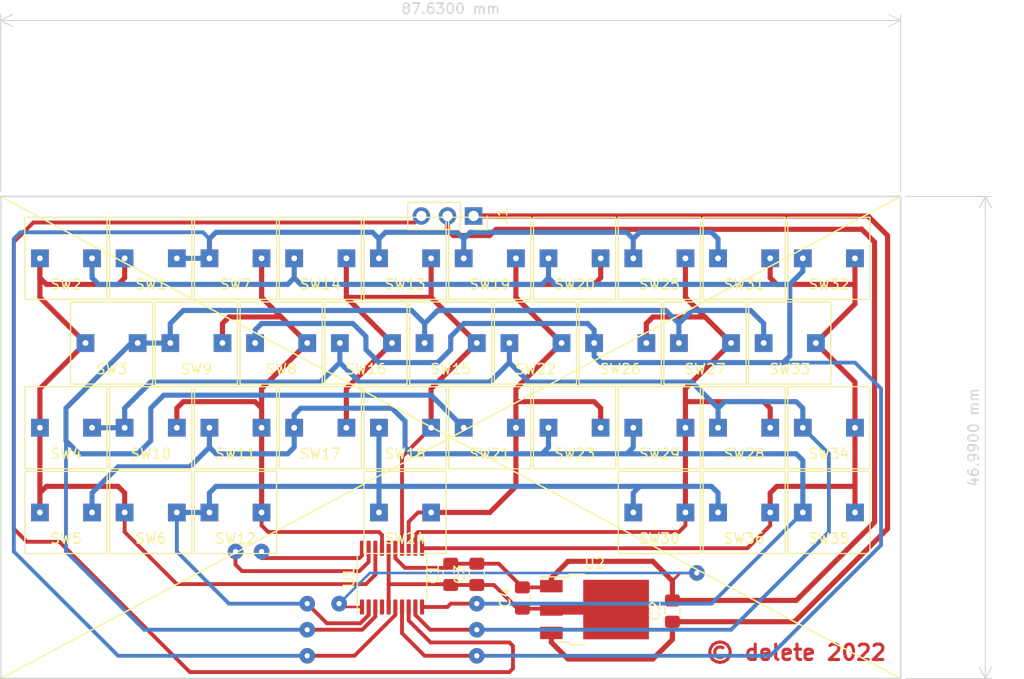
<source format=kicad_pcb>
(kicad_pcb (version 20211014) (generator pcbnew)
  (title_block (date "2022-03-26"))
  (layers (0 "F.Cu" signal) (31 "B.Cu" signal) (34 "B.Paste" user) (35 "F.Paste" user) (36 "B.SilkS" user "B.Silkscreen") (37 "F.SilkS" user "F.Silkscreen") (38 "B.Mask" user) (39 "F.Mask" user) (44 "Edge.Cuts" user))
  (net 0 "")
  (net 2 "3.3v")
  (net 3 "GND")
  (net 4 "5v")
  (net 5 "row_1")
  (net 6 "column_1")
  (net 7 "row_2")
  (net 8 "row_3")
  (net 9 "row_4")
  (net 10 "row_5")
  (net 11 "column_2")
  (net 12 "column_3")
  (net 13 "row_6")
  (net 14 "column_5")
  (net 15 "column_6")
  (net 16 "column_4")
  (net 17 "uart_tx")
  (net 18 "sw_dio")
  (net 19 "sw_clk")
  (footprint "Capacitor_SMD:C_0805_2012Metric_Pad1.18x1.45mm_HandSolder" (layer "F.Cu") (at 78.105 119.38 90)
    (fp_text reference "C3" (at 0 -1.68 90) (layer "F.SilkS"))
    (fp_text value "4.7mF")
    (pad "1" smd roundrect (at -1.0375 0 90) (size 1.175 1.45) (layers "F.Cu" "F.Paste" "F.Mask") (roundrect_rratio 0.212766) (net 2 "3.3v"))
    (pad "2" smd roundrect (at 1.0375 0 90) (size 1.175 1.45) (layers "F.Cu" "F.Paste" "F.Mask") (roundrect_rratio 0.212766) (net 3 "GND"))
  )
  (footprint "Capacitor_SMD:C_0805_2012Metric_Pad1.18x1.45mm_HandSolder" (layer "F.Cu") (at 97.155 122.9575 90)
    (fp_text reference "C2" (at 0 -1.68 90) (layer "F.SilkS"))
    (fp_text value "10mF")
    (pad "1" smd roundrect (at -1.0375 0 90) (size 1.175 1.45) (layers "F.Cu" "F.Paste" "F.Mask") (roundrect_rratio 0.212766) (net 4 "5v"))
    (pad "2" smd roundrect (at 1.0375 0 90) (size 1.175 1.45) (layers "F.Cu" "F.Paste" "F.Mask") (roundrect_rratio 0.212766) (net 3 "GND"))
  )
  (footprint "my_lib:btn_8x8" (layer "F.Cu") (at 81.915 105.0925)
    (fp_text reference "SW21" (at -2.54 2.54 unlocked) (layer "F.SilkS"))
    (fp_text value "SW_DIP_x01")
    (pad "1" thru_hole rect (at -5.08 0) (size 1.724 1.724) (drill 0.562) (layers *.Cu *.Mask) (net 8 "row_3"))
    (pad "2" thru_hole rect (at 0 0) (size 1.724 1.724) (drill 0.562) (layers *.Cu *.Mask) (net 16 "column_4"))
  )
  (footprint "my_lib:btn_8x8" (layer "F.Cu") (at 40.64 105.0925)
    (fp_text reference "SW4" (at -2.54 2.54 unlocked) (layer "F.SilkS"))
    (fp_text value "SW_DIP_x01")
    (pad "1" thru_hole rect (at -5.08 0) (size 1.724 1.724) (drill 0.562) (layers *.Cu *.Mask) (net 6 "column_1"))
    (pad "2" thru_hole rect (at 0 0) (size 1.724 1.724) (drill 0.562) (layers *.Cu *.Mask) (net 9 "row_4"))
  )
  (footprint "my_lib:btn_8x8" (layer "F.Cu") (at 61.595 96.8375)
    (fp_text reference "SW8" (at -2.54 2.54 unlocked) (layer "F.SilkS"))
    (fp_text value "SW_DIP_x01")
    (pad "1" thru_hole rect (at -5.08 0) (size 1.724 1.724) (drill 0.562) (layers *.Cu *.Mask) (net 7 "row_2"))
    (pad "2" thru_hole rect (at 0 0) (size 1.724 1.724) (drill 0.562) (layers *.Cu *.Mask) (net 11 "column_2"))
  )
  (footprint "my_lib:btn_8x8" (layer "F.Cu") (at 73.66 113.3475)
    (fp_text reference "SW24" (at -2.54 2.54 unlocked) (layer "F.SilkS"))
    (fp_text value "SW_DIP_x01")
    (pad "1" thru_hole rect (at -5.08 0) (size 1.724 1.724) (drill 0.562) (layers *.Cu *.Mask) (net 13 "row_6"))
    (pad "2" thru_hole rect (at 0 0) (size 1.724 1.724) (drill 0.562) (layers *.Cu *.Mask) (net 16 "column_4"))
  )
  (footprint "my_lib:btn_8x8" (layer "F.Cu") (at 57.15 105.0925)
    (fp_text reference "SW11" (at -2.54 2.54 unlocked) (layer "F.SilkS"))
    (fp_text value "SW_DIP_x01")
    (pad "1" thru_hole rect (at -5.08 0) (size 1.724 1.724) (drill 0.562) (layers *.Cu *.Mask) (net 10 "row_5"))
    (pad "2" thru_hole rect (at 0 0) (size 1.724 1.724) (drill 0.562) (layers *.Cu *.Mask) (net 11 "column_2"))
  )
  (footprint "my_lib:btn_8x8" (layer "F.Cu") (at 65.405 105.0925)
    (fp_text reference "SW17" (at -2.54 2.54 unlocked) (layer "F.SilkS"))
    (fp_text value "SW_DIP_x01")
    (pad "1" thru_hole rect (at -5.08 0) (size 1.724 1.724) (drill 0.562) (layers *.Cu *.Mask) (net 10 "row_5"))
    (pad "2" thru_hole rect (at 0 0) (size 1.724 1.724) (drill 0.562) (layers *.Cu *.Mask) (net 12 "column_3"))
  )
  (footprint "my_lib:btn_8x8" (layer "F.Cu") (at 40.64 113.3475)
    (fp_text reference "SW5" (at -2.54 2.54 unlocked) (layer "F.SilkS"))
    (fp_text value "SW_DIP_x01")
    (pad "1" thru_hole rect (at -5.08 0) (size 1.724 1.724) (drill 0.562) (layers *.Cu *.Mask) (net 6 "column_1"))
    (pad "2" thru_hole rect (at 0 0) (size 1.724 1.724) (drill 0.562) (layers *.Cu *.Mask) (net 10 "row_5"))
  )
  (footprint "my_lib:btn_8x8" (layer "F.Cu") (at 53.34 96.8375)
    (fp_text reference "SW9" (at -2.54 2.54 unlocked) (layer "F.SilkS"))
    (fp_text value "SW_DIP_x01")
    (pad "1" thru_hole rect (at -5.08 0) (size 1.724 1.724) (drill 0.562) (layers *.Cu *.Mask) (net 8 "row_3"))
    (pad "2" thru_hole rect (at 0 0) (size 1.724 1.724) (drill 0.562) (layers *.Cu *.Mask) (net 11 "column_2"))
  )
  (footprint "my_lib:btn_8x8" (layer "F.Cu") (at 57.15 113.3475)
    (fp_text reference "SW12" (at -2.54 2.54 unlocked) (layer "F.SilkS"))
    (fp_text value "SW_DIP_x01")
    (pad "1" thru_hole rect (at -5.08 0) (size 1.724 1.724) (drill 0.562) (layers *.Cu *.Mask) (net 13 "row_6"))
    (pad "2" thru_hole rect (at 0 0) (size 1.724 1.724) (drill 0.562) (layers *.Cu *.Mask) (net 11 "column_2"))
  )
  (footprint "my_lib:btn_8x8" (layer "F.Cu") (at 81.915 88.5825)
    (fp_text reference "SW19" (at -2.54 2.54 unlocked) (layer "F.SilkS"))
    (fp_text value "SW_DIP_x01")
    (pad "1" thru_hole rect (at -5.08 0) (size 1.724 1.724) (drill 0.562) (layers *.Cu *.Mask) (net 5 "row_1"))
    (pad "2" thru_hole rect (at 0 0) (size 1.724 1.724) (drill 0.562) (layers *.Cu *.Mask) (net 16 "column_4"))
  )
  (footprint "Package_SO:TSSOP-20_4.4x6.5mm_P0.65mm" (layer "F.Cu") (at 69.85 119.6975 90)
    (fp_text reference "U1" (at 0 -4.2 90) (layer "F.SilkS"))
    (fp_text value "STM32F030F4Px")
    (pad "1" smd roundrect (at -2.8625 -2.925 90) (size 1.475 0.4) (layers "F.Cu" "F.Paste" "F.Mask") (net 3 "GND"))
    (pad "2" smd roundrect (at -2.8625 -2.275 90) (size 1.475 0.4) (layers "F.Cu" "F.Paste" "F.Mask") (net 13 "row_6"))
    (pad "3" smd roundrect (at -2.8625 -1.625 90) (size 1.475 0.4) (layers "F.Cu" "F.Paste" "F.Mask") (net 8 "row_3"))
    (pad "4" smd roundrect (at -2.8625 -0.975 90) (size 1.475 0.4) (layers "F.Cu" "F.Paste" "F.Mask"))
    (pad "5" smd roundrect (at -2.8625 -0.325 90) (size 1.475 0.4) (layers "F.Cu" "F.Paste" "F.Mask") (net 2 "3.3v"))
    (pad "6" smd roundrect (at -2.8625 0.325 90) (size 1.475 0.4) (layers "F.Cu" "F.Paste" "F.Mask") (net 5 "row_1"))
    (pad "7" smd roundrect (at -2.8625 0.975 90) (size 1.475 0.4) (layers "F.Cu" "F.Paste" "F.Mask") (net 7 "row_2"))
    (pad "8" smd roundrect (at -2.8625 1.625 90) (size 1.475 0.4) (layers "F.Cu" "F.Paste" "F.Mask") (net 17 "uart_tx"))
    (pad "9" smd roundrect (at -2.8625 2.275 90) (size 1.475 0.4) (layers "F.Cu" "F.Paste" "F.Mask") (net 9 "row_4"))
    (pad "10" smd roundrect (at -2.8625 2.925 90) (size 1.475 0.4) (layers "F.Cu" "F.Paste" "F.Mask") (net 10 "row_5"))
    (pad "11" smd roundrect (at 2.8625 2.925 90) (size 1.475 0.4) (layers "F.Cu" "F.Paste" "F.Mask") (net 15 "column_6"))
    (pad "12" smd roundrect (at 2.8625 2.275 90) (size 1.475 0.4) (layers "F.Cu" "F.Paste" "F.Mask") (net 14 "column_5"))
    (pad "13" smd roundrect (at 2.8625 1.625 90) (size 1.475 0.4) (layers "F.Cu" "F.Paste" "F.Mask") (net 16 "column_4"))
    (pad "14" smd roundrect (at 2.8625 0.975 90) (size 1.475 0.4) (layers "F.Cu" "F.Paste" "F.Mask") (net 12 "column_3"))
    (pad "15" smd roundrect (at 2.8625 0.325 90) (size 1.475 0.4) (layers "F.Cu" "F.Paste" "F.Mask") (net 3 "GND"))
    (pad "16" smd roundrect (at 2.8625 -0.325 90) (size 1.475 0.4) (layers "F.Cu" "F.Paste" "F.Mask") (net 2 "3.3v"))
    (pad "17" smd roundrect (at 2.8625 -0.975 90) (size 1.475 0.4) (layers "F.Cu" "F.Paste" "F.Mask") (net 11 "column_2"))
    (pad "18" smd roundrect (at 2.8625 -1.625 90) (size 1.475 0.4) (layers "F.Cu" "F.Paste" "F.Mask") (net 6 "column_1"))
    (pad "19" smd roundrect (at 2.8625 -2.275 90) (size 1.475 0.4) (layers "F.Cu" "F.Paste" "F.Mask") (net 18 "sw_dio"))
    (pad "20" smd roundrect (at 2.8625 -2.925 90) (size 1.475 0.4) (layers "F.Cu" "F.Paste" "F.Mask") (net 19 "sw_clk"))
  )
  (footprint "my_lib:btn_8x8" (layer "F.Cu") (at 48.895 105.0925)
    (fp_text reference "SW10" (at -2.54 2.54 unlocked) (layer "F.SilkS"))
    (fp_text value "SW_DIP_x01")
    (pad "1" thru_hole rect (at -5.08 0) (size 1.724 1.724) (drill 0.562) (layers *.Cu *.Mask) (net 9 "row_4"))
    (pad "2" thru_hole rect (at 0 0) (size 1.724 1.724) (drill 0.562) (layers *.Cu *.Mask) (net 11 "column_2"))
  )
  (footprint "my_lib:btn_8x8" (layer "F.Cu") (at 73.66 88.5825)
    (fp_text reference "SW13" (at -2.54 2.54 unlocked) (layer "F.SilkS"))
    (fp_text value "SW_DIP_x01")
    (pad "1" thru_hole rect (at -5.08 0) (size 1.724 1.724) (drill 0.562) (layers *.Cu *.Mask) (net 5 "row_1"))
    (pad "2" thru_hole rect (at 0 0) (size 1.724 1.724) (drill 0.562) (layers *.Cu *.Mask) (net 12 "column_3"))
  )
  (footprint "my_lib:btn_8x8" (layer "F.Cu") (at 111.125 96.8375)
    (fp_text reference "SW33" (at -2.54 2.54 unlocked) (layer "F.SilkS"))
    (fp_text value "SW_DIP_x01")
    (pad "1" thru_hole rect (at -5.08 0) (size 1.724 1.724) (drill 0.562) (layers *.Cu *.Mask) (net 8 "row_3"))
    (pad "2" thru_hole rect (at 0 0) (size 1.724 1.724) (drill 0.562) (layers *.Cu *.Mask) (net 15 "column_6"))
  )
  (footprint "my_lib:btn_8x8" (layer "F.Cu") (at 106.68 88.5825)
    (fp_text reference "SW31" (at -2.54 2.54 unlocked) (layer "F.SilkS"))
    (fp_text value "SW_DIP_x01")
    (pad "1" thru_hole rect (at -5.08 0) (size 1.724 1.724) (drill 0.562) (layers *.Cu *.Mask) (net 5 "row_1"))
    (pad "2" thru_hole rect (at 0 0) (size 1.724 1.724) (drill 0.562) (layers *.Cu *.Mask) (net 15 "column_6"))
  )
  (footprint "my_lib:btn_8x8" (layer "F.Cu") (at 48.895 113.3475)
    (fp_text reference "SW6" (at -2.54 2.54 unlocked) (layer "F.SilkS"))
    (fp_text value "SW_DIP_x01")
    (pad "1" thru_hole rect (at -5.08 0) (size 1.724 1.724) (drill 0.562) (layers *.Cu *.Mask) (net 6 "column_1"))
    (pad "2" thru_hole rect (at 0 0) (size 1.724 1.724) (drill 0.562) (layers *.Cu *.Mask) (net 13 "row_6"))
  )
  (footprint "my_lib:btn_8x8" (layer "F.Cu") (at 69.85 96.8375)
    (fp_text reference "SW16" (at -2.54 2.54 unlocked) (layer "F.SilkS"))
    (fp_text value "SW_DIP_x01")
    (pad "1" thru_hole rect (at -5.08 0) (size 1.724 1.724) (drill 0.562) (layers *.Cu *.Mask) (net 9 "row_4"))
    (pad "2" thru_hole rect (at 0 0) (size 1.724 1.724) (drill 0.562) (layers *.Cu *.Mask) (net 12 "column_3"))
  )
  (footprint "my_lib:btn_8x8" (layer "F.Cu") (at 94.615 96.8375)
    (fp_text reference "SW26" (at -2.54 2.54 unlocked) (layer "F.SilkS"))
    (fp_text value "SW_DIP_x01")
    (pad "1" thru_hole rect (at -5.08 0) (size 1.724 1.724) (drill 0.562) (layers *.Cu *.Mask) (net 7 "row_2"))
    (pad "2" thru_hole rect (at 0 0) (size 1.724 1.724) (drill 0.562) (layers *.Cu *.Mask) (net 14 "column_5"))
  )
  (footprint "my_lib:btn_8x8" (layer "F.Cu") (at 106.68 105.0925)
    (fp_text reference "SW28" (at -2.54 2.54 unlocked) (layer "F.SilkS"))
    (fp_text value "SW_DIP_x01")
    (pad "1" thru_hole rect (at -5.08 0) (size 1.724 1.724) (drill 0.562) (layers *.Cu *.Mask) (net 9 "row_4"))
    (pad "2" thru_hole rect (at 0 0) (size 1.724 1.724) (drill 0.562) (layers *.Cu *.Mask) (net 14 "column_5"))
  )
  (footprint "my_lib:btn_8x8" (layer "F.Cu") (at 98.425 88.5825)
    (fp_text reference "SW25" (at -2.54 2.54 unlocked) (layer "F.SilkS"))
    (fp_text value "SW_DIP_x01")
    (pad "1" thru_hole rect (at -5.08 0) (size 1.724 1.724) (drill 0.562) (layers *.Cu *.Mask) (net 5 "row_1"))
    (pad "2" thru_hole rect (at 0 0) (size 1.724 1.724) (drill 0.562) (layers *.Cu *.Mask) (net 14 "column_5"))
  )
  (footprint "my_lib:btn_8x8" (layer "F.Cu") (at 86.36 96.8375)
    (fp_text reference "SW22" (at -2.54 2.54 unlocked) (layer "F.SilkS"))
    (fp_text value "SW_DIP_x01")
    (pad "1" thru_hole rect (at -5.08 0) (size 1.724 1.724) (drill 0.562) (layers *.Cu *.Mask) (net 9 "row_4"))
    (pad "2" thru_hole rect (at 0 0) (size 1.724 1.724) (drill 0.562) (layers *.Cu *.Mask) (net 16 "column_4"))
  )
  (footprint "my_lib:btn_8x8" (layer "F.Cu") (at 90.17 105.0925)
    (fp_text reference "SW23" (at -2.54 2.54 unlocked) (layer "F.SilkS"))
    (fp_text value "SW_DIP_x01")
    (pad "1" thru_hole rect (at -5.08 0) (size 1.724 1.724) (drill 0.562) (layers *.Cu *.Mask) (net 10 "row_5"))
    (pad "2" thru_hole rect (at 0 0) (size 1.724 1.724) (drill 0.562) (layers *.Cu *.Mask) (net 16 "column_4"))
  )
  (footprint "my_lib:btn_8x8" (layer "F.Cu") (at 114.935 105.0925)
    (fp_text reference "SW34" (at -2.54 2.54 unlocked) (layer "F.SilkS"))
    (fp_text value "SW_DIP_x01")
    (pad "1" thru_hole rect (at -5.08 0) (size 1.724 1.724) (drill 0.562) (layers *.Cu *.Mask) (net 9 "row_4"))
    (pad "2" thru_hole rect (at 0 0) (size 1.724 1.724) (drill 0.562) (layers *.Cu *.Mask) (net 15 "column_6"))
  )
  (footprint "Capacitor_SMD:C_0805_2012Metric_Pad1.18x1.45mm_HandSolder" (layer "F.Cu") (at 82.55 121.6875 90)
    (fp_text reference "C4" (at 0 -1.68 90) (layer "F.SilkS"))
    (fp_text value "22mF")
    (pad "1" smd roundrect (at -1.0375 0 90) (size 1.175 1.45) (layers "F.Cu" "F.Paste" "F.Mask") (roundrect_rratio 0.212766) (net 2 "3.3v"))
    (pad "2" smd roundrect (at 1.0375 0 90) (size 1.175 1.45) (layers "F.Cu" "F.Paste" "F.Mask") (roundrect_rratio 0.212766) (net 3 "GND"))
  )
  (footprint "my_lib:btn_8x8" (layer "F.Cu") (at 90.17 88.5825)
    (fp_text reference "SW20" (at -2.54 2.54 unlocked) (layer "F.SilkS"))
    (fp_text value "SW_DIP_x01")
    (pad "1" thru_hole rect (at -5.08 0) (size 1.724 1.724) (drill 0.562) (layers *.Cu *.Mask) (net 7 "row_2"))
    (pad "2" thru_hole rect (at 0 0) (size 1.724 1.724) (drill 0.562) (layers *.Cu *.Mask) (net 16 "column_4"))
  )
  (footprint "my_lib:btn_8x8" (layer "F.Cu") (at 57.15 88.5825)
    (fp_text reference "SW7" (at -2.54 2.54 unlocked) (layer "F.SilkS"))
    (fp_text value "SW_DIP_x01")
    (pad "1" thru_hole rect (at -5.08 0) (size 1.724 1.724) (drill 0.562) (layers *.Cu *.Mask) (net 5 "row_1"))
    (pad "2" thru_hole rect (at 0 0) (size 1.724 1.724) (drill 0.562) (layers *.Cu *.Mask) (net 11 "column_2"))
  )
  (footprint "my_lib:btn_8x8" (layer "F.Cu") (at 106.68 113.3475)
    (fp_text reference "SW36" (at -2.54 2.54 unlocked) (layer "F.SilkS"))
    (fp_text value "SW_DIP_x01")
    (pad "1" thru_hole rect (at -5.08 0) (size 1.724 1.724) (drill 0.562) (layers *.Cu *.Mask) (net 13 "row_6"))
    (pad "2" thru_hole rect (at 0 0) (size 1.724 1.724) (drill 0.562) (layers *.Cu *.Mask) (net 15 "column_6"))
  )
  (footprint "my_lib:btn_8x8" (layer "F.Cu") (at 45.085 96.8375)
    (fp_text reference "SW3" (at -2.54 2.54 unlocked) (layer "F.SilkS"))
    (fp_text value "SW_DIP_x01")
    (pad "1" thru_hole rect (at -5.08 0) (size 1.724 1.724) (drill 0.562) (layers *.Cu *.Mask) (net 6 "column_1"))
    (pad "2" thru_hole rect (at 0 0) (size 1.724 1.724) (drill 0.562) (layers *.Cu *.Mask) (net 8 "row_3"))
  )
  (footprint "Package_TO_SOT_SMD:TO-252-3_TabPin2" (layer "F.Cu") (at 89.57 122.81)
    (fp_text reference "U2" (at 0 -4.5) (layer "F.SilkS"))
    (fp_text value "AMS1117CD-3.3")
    (pad "1" smd rect (at -4.2 -2.28) (size 2.2 1.2) (layers "F.Cu" "F.Paste" "F.Mask") (net 3 "GND"))
    (pad "2" smd rect (at -4.2 0) (size 2.2 1.2) (layers "F.Cu" "F.Paste" "F.Mask") (net 2 "3.3v"))
    (pad "2" smd rect (at 2.1 0) (size 6.4 5.8) (layers "F.Cu" "F.Mask") (net 2 "3.3v"))
    (pad "3" smd rect (at -4.2 2.28) (size 2.2 1.2) (layers "F.Cu" "F.Paste" "F.Mask") (net 4 "5v"))
  )
  (footprint "Capacitor_SMD:C_0805_2012Metric_Pad1.18x1.45mm_HandSolder" (layer "F.Cu") (at 75.565 119.38 90)
    (fp_text reference "C1" (at 0 -1.68 90) (layer "F.SilkS"))
    (fp_text value "100nF")
    (pad "1" smd roundrect (at -1.0375 0 90) (size 1.175 1.45) (layers "F.Cu" "F.Paste" "F.Mask") (roundrect_rratio 0.212766) (net 2 "3.3v"))
    (pad "2" smd roundrect (at 1.0375 0 90) (size 1.175 1.45) (layers "F.Cu" "F.Paste" "F.Mask") (roundrect_rratio 0.212766) (net 3 "GND"))
  )
  (footprint "my_lib:btn_8x8" (layer "F.Cu") (at 78.105 96.8375)
    (fp_text reference "SW15" (at -2.54 2.54 unlocked) (layer "F.SilkS"))
    (fp_text value "SW_DIP_x01")
    (pad "1" thru_hole rect (at -5.08 0) (size 1.724 1.724) (drill 0.562) (layers *.Cu *.Mask) (net 8 "row_3"))
    (pad "2" thru_hole rect (at 0 0) (size 1.724 1.724) (drill 0.562) (layers *.Cu *.Mask) (net 12 "column_3"))
  )
  (footprint "my_lib:btn_8x8" (layer "F.Cu") (at 98.425 113.3475)
    (fp_text reference "SW30" (at -2.54 2.54 unlocked) (layer "F.SilkS"))
    (fp_text value "SW_DIP_x01")
    (pad "1" thru_hole rect (at -5.08 0) (size 1.724 1.724) (drill 0.562) (layers *.Cu *.Mask) (net 13 "row_6"))
    (pad "2" thru_hole rect (at 0 0) (size 1.724 1.724) (drill 0.562) (layers *.Cu *.Mask) (net 14 "column_5"))
  )
  (footprint "my_lib:btn_8x8" (layer "F.Cu") (at 48.895 88.5825)
    (fp_text reference "SW1" (at -2.54 2.54 unlocked) (layer "F.SilkS"))
    (fp_text value "SW_DIP_x01")
    (pad "1" thru_hole rect (at -5.08 0) (size 1.724 1.724) (drill 0.562) (layers *.Cu *.Mask) (net 6 "column_1"))
    (pad "2" thru_hole rect (at 0 0) (size 1.724 1.724) (drill 0.562) (layers *.Cu *.Mask) (net 5 "row_1"))
  )
  (footprint "my_lib:btn_8x8" (layer "F.Cu") (at 65.405 88.5825)
    (fp_text reference "SW14" (at -2.54 2.54 unlocked) (layer "F.SilkS"))
    (fp_text value "SW_DIP_x01")
    (pad "1" thru_hole rect (at -5.08 0) (size 1.724 1.724) (drill 0.562) (layers *.Cu *.Mask) (net 7 "row_2"))
    (pad "2" thru_hole rect (at 0 0) (size 1.724 1.724) (drill 0.562) (layers *.Cu *.Mask) (net 12 "column_3"))
  )
  (footprint "my_lib:btn_8x8" (layer "F.Cu") (at 114.935 113.3475)
    (fp_text reference "SW35" (at -2.54 2.54 unlocked) (layer "F.SilkS"))
    (fp_text value "SW_DIP_x01")
    (pad "1" thru_hole rect (at -5.08 0) (size 1.724 1.724) (drill 0.562) (layers *.Cu *.Mask) (net 10 "row_5"))
    (pad "2" thru_hole rect (at 0 0) (size 1.724 1.724) (drill 0.562) (layers *.Cu *.Mask) (net 15 "column_6"))
  )
  (footprint "my_lib:btn_8x8" (layer "F.Cu") (at 73.66 105.0925)
    (fp_text reference "SW18" (at -2.54 2.54 unlocked) (layer "F.SilkS"))
    (fp_text value "SW_DIP_x01")
    (pad "1" thru_hole rect (at -5.08 0) (size 1.724 1.724) (drill 0.562) (layers *.Cu *.Mask) (net 13 "row_6"))
    (pad "2" thru_hole rect (at 0 0) (size 1.724 1.724) (drill 0.562) (layers *.Cu *.Mask) (net 12 "column_3"))
  )
  (footprint "my_lib:btn_8x8" (layer "F.Cu") (at 40.64 88.5825)
    (fp_text reference "SW2" (at -2.54 2.54 unlocked) (layer "F.SilkS"))
    (fp_text value "SW_DIP_x01")
    (pad "1" thru_hole rect (at -5.08 0) (size 1.724 1.724) (drill 0.562) (layers *.Cu *.Mask) (net 6 "column_1"))
    (pad "2" thru_hole rect (at 0 0) (size 1.724 1.724) (drill 0.562) (layers *.Cu *.Mask) (net 7 "row_2"))
  )
  (footprint "my_lib:btn_8x8" (layer "F.Cu") (at 114.935 88.5825)
    (fp_text reference "SW32" (at -2.54 2.54 unlocked) (layer "F.SilkS"))
    (fp_text value "SW_DIP_x01")
    (pad "1" thru_hole rect (at -5.08 0) (size 1.724 1.724) (drill 0.562) (layers *.Cu *.Mask) (net 7 "row_2"))
    (pad "2" thru_hole rect (at 0 0) (size 1.724 1.724) (drill 0.562) (layers *.Cu *.Mask) (net 15 "column_6"))
  )
  (footprint "my_lib:btn_8x8" (layer "F.Cu") (at 98.425 105.0925)
    (fp_text reference "SW29" (at -2.54 2.54 unlocked) (layer "F.SilkS"))
    (fp_text value "SW_DIP_x01")
    (pad "1" thru_hole rect (at -5.08 0) (size 1.724 1.724) (drill 0.562) (layers *.Cu *.Mask) (net 10 "row_5"))
    (pad "2" thru_hole rect (at 0 0) (size 1.724 1.724) (drill 0.562) (layers *.Cu *.Mask) (net 14 "column_5"))
  )
  (footprint "my_lib:btn_8x8" (layer "F.Cu") (at 102.87 96.8375)
    (fp_text reference "SW27" (at -2.54 2.54 unlocked) (layer "F.SilkS"))
    (fp_text value "SW_DIP_x01")
    (pad "1" thru_hole rect (at -5.08 0) (size 1.724 1.724) (drill 0.562) (layers *.Cu *.Mask) (net 8 "row_3"))
    (pad "2" thru_hole rect (at 0 0) (size 1.724 1.724) (drill 0.562) (layers *.Cu *.Mask) (net 14 "column_5"))
  )
  (footprint "Connector_PinSocket_2.54mm:PinSocket_1x03_P2.54mm_Vertical" (layer "F.Cu") (at 77.791803 84.455 -90)
    (fp_text reference "J1" (at 0 -2.77 90) (layer "F.SilkS"))
    (fp_text value "Conn_01x03")
    (pad "1" thru_hole rect (at 0 0 270) (size 1.7 1.7) (drill 1) (layers *.Cu *.Mask) (net 4 "5v"))
    (pad "2" thru_hole oval (at 0 2.54 270) (size 1.7 1.7) (drill 1) (layers *.Cu *.Mask) (net 3 "GND"))
    (pad "3" thru_hole oval (at 0 5.08 270) (size 1.7 1.7) (drill 1) (layers *.Cu *.Mask) (net 17 "uart_tx"))
  )
  (gr_line (start 31.75 82.55) (end 119.38 129.54) (layer "F.SilkS") (width 0.15))
  (gr_line (start 31.75 129.54) (end 119.38 82.55) (layer "F.SilkS") (width 0.15))
  (gr_rect (start 119.38 129.54) (end 31.75 82.55) (layer "Edge.Cuts") (width 0.15) (fill none))
  (gr_text "© delete 2022" (at 109.22 127) (layer "F.Cu") (effects (font (size 1.5 1.5) (thickness 0.3))))
  (dimension (type aligned) (layer "Edge.Cuts") (pts (xy 31.75 82.55) (xy 119.38 82.55)) (height -17.145) (gr_text "87,6300 мм" (at 75.565 64.255) (layer "Edge.Cuts") (effects (font (size 1 1) (thickness 0.15)))) (format (units 3) (units_format 1) (precision 4)) (style (thickness 0.1) (arrow_length 1.27) (text_position_mode 0) (extension_height 0.58642) (extension_offset 0.5) keep_text_aligned))
  (dimension (type aligned) (layer "Edge.Cuts") (pts (xy 119.38 129.54) (xy 119.38 82.55)) (height 8.255) (gr_text "46,9900 мм" (at 126.485 106.045 90) (layer "Edge.Cuts") (effects (font (size 1 1) (thickness 0.15)))) (format (units 3) (units_format 1) (precision 4)) (style (thickness 0.1) (arrow_length 1.27) (text_position_mode 0) (extension_height 0.58642) (extension_offset 0.5) keep_text_aligned))
  (segment (start 82.085 122.725) (end 79.7775 120.4175) (width 0.375) (layer "F.Cu") (net 2))
  (segment (start 75.565 120.4175) (end 78.105 120.4175) (width 0.375) (layer "F.Cu") (net 2))
  (segment (start 82.55 122.725) (end 85.285 122.725) (width 0.375) (layer "F.Cu") (net 2))
  (segment (start 69.525 120.34) (end 69.525 122.56) (width 0.375) (layer "F.Cu") (net 2))
  (segment (start 82.55 122.725) (end 82.085 122.725) (width 0.375) (layer "F.Cu") (net 2))
  (segment (start 69.525 116.835) (end 69.525 120.34) (width 0.375) (layer "F.Cu") (net 2))
  (segment (start 79.7775 120.4175) (end 78.105 120.4175) (width 0.375) (layer "F.Cu") (net 2))
  (segment (start 85.285 122.725) (end 85.37 122.81) (width 0.375) (layer "F.Cu") (net 2))
  (segment (start 69.525 120.34) (end 75.4875 120.34) (width 0.375) (layer "F.Cu") (net 2))
  (segment (start 91.67 122.81) (end 85.37 122.81) (width 1) (layer "F.Cu") (net 2))
  (segment (start 75.4875 120.34) (end 75.565 120.4175) (width 0.375) (layer "F.Cu") (net 2))
  (segment (start 66.925 122.56) (end 65.021984 122.56) (width 0.25) (layer "F.Cu") (net 3))
  (segment (start 97.925064 119.244936) (end 97.155 120.015) (width 0.25) (layer "F.Cu") (net 3))
  (segment (start 71.12 118.745) (end 75.1625 118.745) (width 0.375) (layer "F.Cu") (net 3))
  (segment (start 97.155 121.92) (end 109.22 121.92) (width 0.5) (layer "F.Cu") (net 3))
  (segment (start 95.25 118.11) (end 97.155 120.015) (width 0.5) (layer "F.Cu") (net 3))
  (segment (start 86.995 118.11) (end 95.25 118.11) (width 0.5) (layer "F.Cu") (net 3))
  (segment (start 109.22 121.92) (end 116.84 114.3) (width 0.5) (layer "F.Cu") (net 3))
  (segment (start 80.2425 118.3425) (end 78.105 118.3425) (width 0.375) (layer "F.Cu") (net 3))
  (segment (start 85.25 120.65) (end 85.37 120.53) (width 0.375) (layer "F.Cu") (net 3))
  (segment (start 82.55 120.65) (end 85.25 120.65) (width 0.375) (layer "F.Cu") (net 3))
  (segment (start 116.84 86.995) (end 115.57 85.725) (width 0.5) (layer "F.Cu") (net 3))
  (segment (start 82.55 120.65) (end 80.2425 118.3425) (width 0.375) (layer "F.Cu") (net 3))
  (segment (start 75.1625 118.745) (end 75.565 118.3425) (width 0.375) (layer "F.Cu") (net 3))
  (segment (start 65.021984 122.56) (end 64.698957 122.236973) (width 0.25) (layer "F.Cu") (net 3))
  (segment (start 97.155 120.015) (end 97.155 121.92) (width 0.5) (layer "F.Cu") (net 3))
  (segment (start 115.57 85.725) (end 115.540489 85.754511) (width 0.5) (layer "F.Cu") (net 3))
  (segment (start 75.565 118.3425) (end 78.105 118.3425) (width 0.375) (layer "F.Cu") (net 3))
  (segment (start 70.175 116.835) (end 70.175 117.8) (width 0.375) (layer "F.Cu") (net 3))
  (segment (start 99.535443 119.244936) (end 97.925064 119.244936) (width 0.25) (layer "F.Cu") (net 3))
  (segment (start 85.37 119.735) (end 86.995 118.11) (width 0.5) (layer "F.Cu") (net 3))
  (segment (start 79.980489 85.754511) (end 79.375 86.36) (width 0.5) (layer "F.Cu") (net 3))
  (segment (start 75.251803 85.788224) (end 75.251803 84.455) (width 0.5) (layer "F.Cu") (net 3))
  (segment (start 85.37 120.53) (end 85.37 119.735) (width 0.5) (layer "F.Cu") (net 3))
  (segment (start 116.84 114.3) (end 116.84 86.995) (width 0.5) (layer "F.Cu") (net 3))
  (segment (start 75.232206 84.456923) (end 75.251803 84.437326) (width 0.5) (layer "F.Cu") (net 3))
  (segment (start 79.375 86.36) (end 75.823579 86.36) (width 0.5) (layer "F.Cu") (net 3))
  (segment (start 70.175 117.8) (end 71.12 118.745) (width 0.375) (layer "F.Cu") (net 3))
  (segment (start 115.540489 85.754511) (end 79.980489 85.754511) (width 0.5) (layer "F.Cu") (net 3))
  (segment (start 75.823579 86.36) (end 75.251803 85.788224) (width 0.5) (layer "F.Cu") (net 3))
  (via (at 64.698957 122.236973) (size 1.524) (drill 0.5) (layers "F.Cu" "B.Cu") (net 3))
  (via (at 99.535443 119.244936) (size 1.524) (drill 0.5) (layers "F.Cu" "B.Cu") (net 3))
  (segment (start 64.698957 122.236973) (end 67.690994 119.244936) (width 0.25) (layer "B.Cu") (net 3))
  (segment (start 67.690994 119.244936) (end 99.535443 119.244936) (width 0.25) (layer "B.Cu") (net 3))
  (segment (start 109.05 123.995) (end 118.11 114.935) (width 0.5) (layer "F.Cu") (net 4))
  (segment (start 118.11 114.935) (end 118.11 86.36) (width 0.5) (layer "F.Cu") (net 4))
  (segment (start 86.995 127.635) (end 95.25 127.635) (width 0.5) (layer "F.Cu") (net 4))
  (segment (start 95.25 127.635) (end 97.155 125.73) (width 0.5) (layer "F.Cu") (net 4))
  (segment (start 118.11 86.36) (end 116.205 84.455) (width 0.5) (layer "F.Cu") (net 4))
  (segment (start 97.155 123.995) (end 109.05 123.995) (width 0.5) (layer "F.Cu") (net 4))
  (segment (start 85.37 125.09) (end 85.37 126.01) (width 0.5) (layer "F.Cu") (net 4))
  (segment (start 85.37 126.01) (end 86.995 127.635) (width 0.5) (layer "F.Cu") (net 4))
  (segment (start 116.205 84.455) (end 77.791803 84.455) (width 0.5) (layer "F.Cu") (net 4))
  (segment (start 97.155 125.73) (end 97.155 123.995) (width 0.5) (layer "F.Cu") (net 4))
  (segment (start 70.175 123.33625) (end 70.175 122.56) (width 0.375) (layer "F.Cu") (net 5))
  (segment (start 66.19375 127.3175) (end 70.175 123.33625) (width 0.375) (layer "F.Cu") (net 5))
  (segment (start 61.595 127.3175) (end 66.19375 127.3175) (width 0.375) (layer "F.Cu") (net 5))
  (via (at 61.595 127.3175) (size 1.524) (drill 0.5) (layers "F.Cu" "B.Cu") (net 5))
  (segment (start 68.58 86.6775) (end 68.58 88.5825) (width 0.5) (layer "B.Cu") (net 5))
  (segment (start 33.655 86.0425) (end 51.435 86.0425) (width 0.375) (layer "B.Cu") (net 5))
  (segment (start 69.215 86.0425) (end 76.2 86.0425) (width 0.5) (layer "B.Cu") (net 5))
  (segment (start 33.02 117.1575) (end 33.02 86.6775) (width 0.375) (layer "B.Cu") (net 5))
  (segment (start 100.965 86.0425) (end 101.6 86.6775) (width 0.5) (layer "B.Cu") (net 5))
  (segment (start 93.345 86.6775) (end 93.98 86.0425) (width 0.5) (layer "B.Cu") (net 5))
  (segment (start 93.345 86.6775) (end 93.345 88.5825) (width 0.5) (layer "B.Cu") (net 5))
  (segment (start 51.435 86.0425) (end 52.07 86.6775) (width 0.375) (layer "B.Cu") (net 5))
  (segment (start 93.98 86.0425) (end 100.965 86.0425) (width 0.5) (layer "B.Cu") (net 5))
  (segment (start 76.2 86.0425) (end 76.835 86.6775) (width 0.5) (layer "B.Cu") (net 5))
  (segment (start 52.705 86.0425) (end 67.945 86.0425) (width 0.5) (layer "B.Cu") (net 5))
  (segment (start 52.07 86.6775) (end 52.705 86.0425) (width 0.5) (layer "B.Cu") (net 5))
  (segment (start 52.07 88.5825) (end 52.07 86.6775) (width 0.5) (layer "B.Cu") (net 5))
  (segment (start 68.58 86.6775) (end 69.215 86.0425) (width 0.5) (layer "B.Cu") (net 5))
  (segment (start 61.595 127.3175) (end 43.18 127.3175) (width 0.375) (layer "B.Cu") (net 5))
  (segment (start 33.02 86.6775) (end 33.655 86.0425) (width 0.375) (layer "B.Cu") (net 5))
  (segment (start 43.18 127.3175) (end 33.02 117.1575) (width 0.375) (layer "B.Cu") (net 5))
  (segment (start 92.71 86.0425) (end 93.345 86.6775) (width 0.5) (layer "B.Cu") (net 5))
  (segment (start 76.835 86.6775) (end 76.835 88.5825) (width 0.5) (layer "B.Cu") (net 5))
  (segment (start 67.945 86.0425) (end 68.58 86.6775) (width 0.5) (layer "B.Cu") (net 5))
  (segment (start 48.895 88.5825) (end 52.07 88.5825) (width 0.5) (layer "B.Cu") (net 5))
  (segment (start 77.47 86.0425) (end 92.71 86.0425) (width 0.5) (layer "B.Cu") (net 5))
  (segment (start 101.6 86.6775) (end 101.6 88.5825) (width 0.5) (layer "B.Cu") (net 5))
  (segment (start 76.835 86.6775) (end 77.47 86.0425) (width 0.5) (layer "B.Cu") (net 5))
  (segment (start 43.815 113.3475) (end 43.815 111.4425) (width 0.5) (layer "F.Cu") (net 6))
  (segment (start 35.56 105.0925) (end 35.56 111.4425) (width 0.5) (layer "F.Cu") (net 6))
  (segment (start 68.225 119.4175) (end 67.31 120.3325) (width 0.375) (layer "F.Cu") (net 6))
  (segment (start 35.56 88.5825) (end 35.56 90.4875) (width 0.5) (layer "F.Cu") (net 6))
  (segment (start 43.18 110.8075) (end 36.195 110.8075) (width 0.5) (layer "F.Cu") (net 6))
  (segment (start 35.56 92.3925) (end 40.005 96.8375) (width 0.5) (layer "F.Cu") (net 6))
  (segment (start 35.56 88.5825) (end 35.56 92.3925) (width 0.5) (layer "F.Cu") (net 6))
  (segment (start 35.56 111.4425) (end 35.56 113.3475) (width 0.5) (layer "F.Cu") (net 6))
  (segment (start 43.815 115.2525) (end 43.815 113.3475) (width 0.375) (layer "F.Cu") (net 6))
  (segment (start 48.895 120.3325) (end 43.815 115.2525) (width 0.375) (layer "F.Cu") (net 6))
  (segment (start 35.56 101.2825) (end 40.005 96.8375) (width 0.5) (layer "F.Cu") (net 6))
  (segment (start 68.225 116.835) (end 68.225 119.4175) (width 0.375) (layer "F.Cu") (net 6))
  (segment (start 43.815 90.4875) (end 43.815 88.5825) (width 0.5) (layer "F.Cu") (net 6))
  (segment (start 67.31 120.3325) (end 48.895 120.3325) (width 0.375) (layer "F.Cu") (net 6))
  (segment (start 36.195 91.1225) (end 43.18 91.1225) (width 0.5) (layer "F.Cu") (net 6))
  (segment (start 43.815 111.4425) (end 43.18 110.8075) (width 0.5) (layer "F.Cu") (net 6))
  (segment (start 35.56 90.4875) (end 36.195 91.1225) (width 0.5) (layer "F.Cu") (net 6))
  (segment (start 43.18 91.1225) (end 43.815 90.4875) (width 0.5) (layer "F.Cu") (net 6))
  (segment (start 35.56 105.0925) (end 35.56 101.2825) (width 0.5) (layer "F.Cu") (net 6))
  (segment (start 36.195 110.8075) (end 35.56 111.4425) (width 0.5) (layer "F.Cu") (net 6))
  (segment (start 73.025 127.3175) (end 78.105 127.3175) (width 0.375) (layer "F.Cu") (net 7))
  (segment (start 70.825 125.1175) (end 73.025 127.3175) (width 0.375) (layer "F.Cu") (net 7))
  (segment (start 70.825 122.56) (end 70.825 125.1175) (width 0.375) (layer "F.Cu") (net 7))
  (via (at 78.105 127.3175) (size 1.524) (drill 0.5) (layers "F.Cu" "B.Cu") (net 7))
  (segment (start 60.325 90.4875) (end 60.325 88.5825) (width 0.5) (layer "B.Cu") (net 7))
  (segment (start 60.96 91.1225) (end 84.455 91.1225) (width 0.5) (layer "B.Cu") (net 7))
  (segment (start 117.475 101.2825) (end 114.935 98.7425) (width 0.375) (layer "B.Cu") (net 7))
  (segment (start 78.105 127.3175) (end 106.68 127.3175) (width 0.375) (layer "B.Cu") (net 7))
  (segment (start 59.69 91.1225) (end 60.325 90.4875) (width 0.5) (layer "B.Cu") (net 7))
  (segment (start 66.04 94.9325) (end 67.31 96.2025) (width 0.5) (layer "B.Cu") (net 7))
  (segment (start 85.09 90.4875) (end 85.09 88.5825) (width 0.5) (layer "B.Cu") (net 7))
  (segment (start 41.275 91.1225) (end 59.69 91.1225) (width 0.5) (layer "B.Cu") (net 7))
  (segment (start 90.17 98.7425) (end 107.315 98.7425) (width 0.5) (layer "B.Cu") (net 7))
  (segment (start 56.515 95.5675) (end 57.15 94.9325) (width 0.5) (layer "B.Cu") (net 7))
  (segment (start 109.855 89.8525) (end 109.855 88.5825) (width 0.5) (layer "B.Cu") (net 7))
  (segment (start 60.325 90.4875) (end 60.96 91.1225) (width 0.5) (layer "B.Cu") (net 7))
  (segment (start 40.64 90.4875) (end 41.275 91.1225) (width 0.5) (layer "B.Cu") (net 7))
  (segment (start 57.15 94.9325) (end 66.04 94.9325) (width 0.5) (layer "B.Cu") (net 7))
  (segment (start 88.9 94.9325) (end 89.535 95.5675) (width 0.5) (layer "B.Cu") (net 7))
  (segment (start 76.835 94.9325) (end 88.9 94.9325) (width 0.5) (layer "B.Cu") (net 7))
  (segment (start 107.315 98.7425) (end 107.95 98.7425) (width 0.5) (layer "B.Cu") (net 7))
  (segment (start 75.565 96.2025) (end 76.835 94.9325) (width 0.5) (layer "B.Cu") (net 7))
  (segment (start 106.68 127.3175) (end 117.475 116.5225) (width 0.375) (layer "B.Cu") (net 7))
  (segment (start 75.565 97.4725) (end 75.565 96.2025) (width 0.5) (layer "B.Cu") (net 7))
  (segment (start 85.09 90.4875) (end 85.725 91.1225) (width 0.5) (layer "B.Cu") (net 7))
  (segment (start 107.95 98.7425) (end 108.585 98.1075) (width 0.5) (layer "B.Cu") (net 7))
  (segment (start 108.585 91.1225) (end 109.855 89.8525) (width 0.5) (layer "B.Cu") (net 7))
  (segment (start 74.295 98.7425) (end 75.565 97.4725) (width 0.5) (layer "B.Cu") (net 7))
  (segment (start 89.535 95.5675) (end 89.535 96.8375) (width 0.5) (layer "B.Cu") (net 7))
  (segment (start 108.585 98.1075) (end 108.585 91.1225) (width 0.5) (layer "B.Cu") (net 7))
  (segment (start 67.31 97.4725) (end 68.58 98.7425) (width 0.5) (layer "B.Cu") (net 7))
  (segment (start 84.455 91.1225) (end 85.09 90.4875) (width 0.5) (layer "B.Cu") (net 7))
  (segment (start 68.58 98.7425) (end 74.295 98.7425) (width 0.5) (layer "B.Cu") (net 7))
  (segment (start 40.64 88.5825) (end 40.64 90.4875) (width 0.5) (layer "B.Cu") (net 7))
  (segment (start 89.535 98.1075) (end 90.17 98.7425) (width 0.5) (layer "B.Cu") (net 7))
  (segment (start 114.935 98.7425) (end 107.315 98.7425) (width 0.375) (layer "B.Cu") (net 7))
  (segment (start 117.475 116.5225) (end 117.475 101.2825) (width 0.375) (layer "B.Cu") (net 7))
  (segment (start 85.725 91.1225) (end 108.585 91.1225) (width 0.5) (layer "B.Cu") (net 7))
  (segment (start 89.535 96.8375) (end 89.535 98.1075) (width 0.5) (layer "B.Cu") (net 7))
  (segment (start 67.31 96.2025) (end 67.31 97.4725) (width 0.5) (layer "B.Cu") (net 7))
  (segment (start 56.515 96.8375) (end 56.515 95.5675) (width 0.5) (layer "B.Cu") (net 7))
  (segment (start 68.225 123.498744) (end 68.225 122.56) (width 0.375) (layer "F.Cu") (net 8))
  (segment (start 66.946244 124.7775) (end 68.225 123.498744) (width 0.375) (layer "F.Cu") (net 8))
  (segment (start 61.595 124.7775) (end 66.946244 124.7775) (width 0.375) (layer "F.Cu") (net 8))
  (via (at 61.595 124.7775) (size 1.524) (drill 0.5) (layers "F.Cu" "B.Cu") (net 8))
  (segment (start 97.79 94.9325) (end 99.06 93.6625) (width 0.5) (layer "B.Cu") (net 8))
  (segment (start 48.26 94.9325) (end 49.53 93.6625) (width 0.5) (layer "B.Cu") (net 8))
  (segment (start 106.045 94.9325) (end 106.045 96.8375) (width 0.5) (layer "B.Cu") (net 8))
  (segment (start 45.085 107.6325) (end 39.37 107.6325) (width 0.5) (layer "B.Cu") (net 8))
  (segment (start 47.625 101.9175) (end 46.355 103.1875) (width 0.5) (layer "B.Cu") (net 8))
  (segment (start 38.1 117.1575) (end 38.1 106.3625) (width 0.375) (layer "B.Cu") (net 8))
  (segment (start 46.355 103.1875) (end 46.355 106.3625) (width 0.5) (layer "B.Cu") (net 8))
  (segment (start 39.37 107.6325) (end 38.1 106.3625) (width 0.5) (layer "B.Cu") (net 8))
  (segment (start 99.06 93.6625) (end 104.775 93.6625) (width 0.5) (layer "B.Cu") (net 8))
  (segment (start 73.025 94.9325) (end 73.025 96.8375) (width 0.5) (layer "B.Cu") (net 8))
  (segment (start 104.775 93.6625) (end 106.045 94.9325) (width 0.5) (layer "B.Cu") (net 8))
  (segment (start 46.355 106.3625) (end 45.085 107.6325) (width 0.5) (layer "B.Cu") (net 8))
  (segment (start 71.755 93.6625) (end 73.025 94.9325) (width 0.5) (layer "B.Cu") (net 8))
  (segment (start 48.26 96.8375) (end 48.26 94.9325) (width 0.5) (layer "B.Cu") (net 8))
  (segment (start 45.72 124.7775) (end 38.1 117.1575) (width 0.375) (layer "B.Cu") (net 8))
  (segment (start 44.45 96.8375) (end 45.085 96.8375) (width 0.5) (layer "B.Cu") (net 8))
  (segment (start 73.66 101.9175) (end 47.625 101.9175) (width 0.5) (layer "B.Cu") (net 8))
  (segment (start 97.79 94.9325) (end 97.79 96.8375) (width 0.5) (layer "B.Cu") (net 8))
  (segment (start 38.1 106.3625) (end 38.1 103.1875) (width 0.5) (layer "B.Cu") (net 8))
  (segment (start 76.835 105.0925) (end 73.66 101.9175) (width 0.5) (layer "B.Cu") (net 8))
  (segment (start 61.595 124.7775) (end 45.72 124.7775) (width 0.375) (layer "B.Cu") (net 8))
  (segment (start 96.52 93.6625) (end 97.79 94.9325) (width 0.5) (layer "B.Cu") (net 8))
  (segment (start 73.025 94.9325) (end 74.295 93.6625) (width 0.5) (layer "B.Cu") (net 8))
  (segment (start 74.295 93.6625) (end 96.52 93.6625) (width 0.5) (layer "B.Cu") (net 8))
  (segment (start 45.085 96.8375) (end 48.26 96.8375) (width 0.5) (layer "B.Cu") (net 8))
  (segment (start 38.1 103.1875) (end 44.45 96.8375) (width 0.5) (layer "B.Cu") (net 8))
  (segment (start 49.53 93.6625) (end 71.755 93.6625) (width 0.5) (layer "B.Cu") (net 8))
  (segment (start 72.125 122.56) (end 72.125 123.33625) (width 0.375) (layer "F.Cu") (net 9))
  (segment (start 72.125 123.33625) (end 73.56625 124.7775) (width 0.375) (layer "F.Cu") (net 9))
  (segment (start 73.56625 124.7775) (end 78.105 124.7775) (width 0.375) (layer "F.Cu") (net 9))
  (via (at 78.105 124.7775) (size 1.524) (drill 0.5) (layers "F.Cu" "B.Cu") (net 9))
  (segment (start 66.675 100.6475) (end 79.375 100.6475) (width 0.5) (layer "B.Cu") (net 9))
  (segment (start 109.22 102.5525) (end 109.855 103.1875) (width 0.5) (layer "B.Cu") (net 9))
  (segment (start 102.235 102.5525) (end 109.22 102.5525) (width 0.5) (layer "B.Cu") (net 9))
  (segment (start 99.06 100.6475) (end 101.6 103.1875) (width 0.5) (layer "B.Cu") (net 9))
  (segment (start 81.28 98.7425) (end 83.185 100.6475) (width 0.5) (layer "B.Cu") (net 9))
  (segment (start 40.64 105.0925) (end 43.815 105.0925) (width 0.5) (layer "B.Cu") (net 9))
  (segment (start 43.815 105.0925) (end 43.815 103.1875) (width 0.5) (layer "B.Cu") (net 9))
  (segment (start 64.77 98.7425) (end 66.675 100.6475) (width 0.5) (layer "B.Cu") (net 9))
  (segment (start 81.28 98.7425) (end 81.28 96.8375) (width 0.5) (layer "B.Cu") (net 9))
  (segment (start 46.355 100.6475) (end 62.865 100.6475) (width 0.5) (layer "B.Cu") (net 9))
  (segment (start 62.865 100.6475) (end 64.77 98.7425) (width 0.5) (layer "B.Cu") (net 9))
  (segment (start 43.815 103.1875) (end 46.355 100.6475) (width 0.5) (layer "B.Cu") (net 9))
  (segment (start 101.6 105.0925) (end 101.6 103.1875) (width 0.5) (layer "B.Cu") (net 9))
  (segment (start 112.395 115.2525) (end 112.395 107.6325) (width 0.375) (layer "B.Cu") (net 9))
  (segment (start 78.105 124.7775) (end 102.87 124.7775) (width 0.375) (layer "B.Cu") (net 9))
  (segment (start 109.855 103.1875) (end 109.855 105.0925) (width 0.5) (layer "B.Cu") (net 9))
  (segment (start 112.395 107.6325) (end 109.855 105.0925) (width 0.375) (layer "B.Cu") (net 9))
  (segment (start 83.185 100.6475) (end 99.06 100.6475) (width 0.5) (layer "B.Cu") (net 9))
  (segment (start 64.77 98.7425) (end 64.77 96.8375) (width 0.5) (layer "B.Cu") (net 9))
  (segment (start 79.375 100.6475) (end 81.28 98.7425) (width 0.5) (layer "B.Cu") (net 9))
  (segment (start 101.6 103.1875) (end 102.235 102.5525) (width 0.5) (layer "B.Cu") (net 9))
  (segment (start 102.87 124.7775) (end 112.395 115.2525) (width 0.375) (layer "B.Cu") (net 9))
  (segment (start 75.565 122.2375) (end 78.105 122.2375) (width 0.375) (layer "F.Cu") (net 10))
  (segment (start 72.775 122.56) (end 75.2425 122.56) (width 0.375) (layer "F.Cu") (net 10))
  (segment (start 75.2425 122.56) (end 75.565 122.2375) (width 0.375) (layer "F.Cu") (net 10))
  (via (at 78.105 122.2375) (size 1.524) (drill 0.5) (layers "F.Cu" "B.Cu") (net 10))
  (segment (start 60.325 106.9975) (end 60.325 105.0925) (width 0.5) (layer "B.Cu") (net 10))
  (segment (start 109.855 108.2675) (end 109.855 113.3475) (width 0.5) (layer "B.Cu") (net 10))
  (segment (start 40.64 111.4425) (end 43.18 108.9025) (width 0.5) (layer "B.Cu") (net 10))
  (segment (start 100.965 122.2375) (end 109.855 113.3475) (width 0.375) (layer "B.Cu") (net 10))
  (segment (start 85.09 106.9975) (end 85.09 105.0925) (width 0.5) (layer "B.Cu") (net 10))
  (segment (start 71.12 104.4575) (end 71.12 106.9975) (width 0.5) (layer "B.Cu") (net 10))
  (segment (start 92.71 107.6325) (end 93.345 106.9975) (width 0.5) (layer "B.Cu") (net 10))
  (segment (start 93.345 106.9975) (end 93.345 105.0925) (width 0.5) (layer "B.Cu") (net 10))
  (segment (start 52.07 106.9975) (end 52.705 107.6325) (width 0.5) (layer "B.Cu") (net 10))
  (segment (start 92.71 107.6325) (end 109.22 107.6325) (width 0.5) (layer "B.Cu") (net 10))
  (segment (start 78.105 122.2375) (end 100.965 122.2375) (width 0.375) (layer "B.Cu") (net 10))
  (segment (start 60.325 103.8225) (end 60.96 103.1875) (width 0.5) (layer "B.Cu") (net 10))
  (segment (start 40.64 113.3475) (end 40.64 111.4425) (width 0.5) (layer "B.Cu") (net 10))
  (segment (start 84.455 107.6325) (end 92.71 107.6325) (width 0.5) (layer "B.Cu") (net 10))
  (segment (start 84.455 107.6325) (end 85.09 106.9975) (width 0.5) (layer "B.Cu") (net 10))
  (segment (start 43.18 108.9025) (end 50.165 108.9025) (width 0.5) (layer "B.Cu") (net 10))
  (segment (start 52.07 106.9975) (end 52.07 105.0925) (width 0.5) (layer "B.Cu") (net 10))
  (segment (start 71.12 106.9975) (end 71.755 107.6325) (width 0.5) (layer "B.Cu") (net 10))
  (segment (start 71.755 107.6325) (end 84.455 107.6325) (width 0.5) (layer "B.Cu") (net 10))
  (segment (start 60.96 103.1875) (end 69.85 103.1875) (width 0.5) (layer "B.Cu") (net 10))
  (segment (start 69.85 103.1875) (end 71.12 104.4575) (width 0.5) (layer "B.Cu") (net 10))
  (segment (start 50.165 108.9025) (end 52.07 106.9975) (width 0.5) (layer "B.Cu") (net 10))
  (segment (start 52.705 107.6325) (end 59.69 107.6325) (width 0.5) (layer "B.Cu") (net 10))
  (segment (start 60.325 105.0925) (end 60.325 103.8225) (width 0.5) (layer "B.Cu") (net 10))
  (segment (start 109.22 107.6325) (end 109.855 108.2675) (width 0.5) (layer "B.Cu") (net 10))
  (segment (start 59.69 107.6325) (end 60.325 106.9975) (width 0.5) (layer "B.Cu") (net 10))
  (segment (start 68.875 115.5475) (end 68.58 115.2525) (width 0.375) (layer "F.Cu") (net 11))
  (segment (start 48.895 105.0925) (end 48.895 103.1875) (width 0.5) (layer "F.Cu") (net 11))
  (segment (start 68.875 116.835) (end 68.875 115.5475) (width 0.375) (layer "F.Cu") (net 11))
  (segment (start 53.34 94.9325) (end 53.975 94.2975) (width 0.5) (layer "F.Cu") (net 11))
  (segment (start 56.515 102.5525) (end 57.15 103.1875) (width 0.5) (layer "F.Cu") (net 11))
  (segment (start 57.15 92.3925) (end 59.055 94.2975) (width 0.5) (layer "F.Cu") (net 11))
  (segment (start 57.785 115.2525) (end 57.15 114.6175) (width 0.375) (layer "F.Cu") (net 11))
  (segment (start 57.15 105.0925) (end 57.15 103.1875) (width 0.5) (layer "F.Cu") (net 11))
  (segment (start 57.15 103.1875) (end 57.15 101.2825) (width 0.5) (layer "F.Cu") (net 11))
  (segment (start 57.15 88.5825) (end 57.15 92.3925) (width 0.5) (layer "F.Cu") (net 11))
  (segment (start 57.15 101.2825) (end 61.595 96.8375) (width 0.5) (layer "F.Cu") (net 11))
  (segment (start 53.975 94.2975) (end 59.055 94.2975) (width 0.5) (layer "F.Cu") (net 11))
  (segment (start 57.15 114.6175) (end 57.15 113.3475) (width 0.375) (layer "F.Cu") (net 11))
  (segment (start 57.15 105.0925) (end 57.15 113.3475) (width 0.5) (layer "F.Cu") (net 11))
  (segment (start 53.34 96.8375) (end 53.34 94.9325) (width 0.5) (layer "F.Cu") (net 11))
  (segment (start 48.895 103.1875) (end 49.53 102.5525) (width 0.5) (layer "F.Cu") (net 11))
  (segment (start 59.055 94.2975) (end 61.595 96.8375) (width 0.5) (layer "F.Cu") (net 11))
  (segment (start 68.58 115.2525) (end 57.785 115.2525) (width 0.375) (layer "F.Cu") (net 11))
  (segment (start 49.53 102.5525) (end 56.515 102.5525) (width 0.5) (layer "F.Cu") (net 11))
  (segment (start 70.825 107.9275) (end 73.66 105.0925) (width 0.375) (layer "F.Cu") (net 12))
  (segment (start 73.66 105.0925) (end 73.66 101.2825) (width 0.5) (layer "F.Cu") (net 12))
  (segment (start 73.66 88.5825) (end 73.66 92.3925) (width 0.5) (layer "F.Cu") (net 12))
  (segment (start 65.405 101.2825) (end 69.85 96.8375) (width 0.5) (layer "F.Cu") (net 12))
  (segment (start 70.825 116.835) (end 70.825 107.9275) (width 0.375) (layer "F.Cu") (net 12))
  (segment (start 73.66 92.3925) (end 78.105 96.8375) (width 0.5) (layer "F.Cu") (net 12))
  (segment (start 65.405 88.5825) (end 65.405 92.3925) (width 0.5) (layer "F.Cu") (net 12))
  (segment (start 65.405 92.3925) (end 69.85 96.8375) (width 0.5) (layer "F.Cu") (net 12))
  (segment (start 65.405 92.3925) (end 73.66 92.3925) (width 0.5) (layer "F.Cu") (net 12))
  (segment (start 73.66 101.2825) (end 78.105 96.8375) (width 0.5) (layer "F.Cu") (net 12))
  (segment (start 65.405 105.0925) (end 65.405 101.2825) (width 0.5) (layer "F.Cu") (net 12))
  (segment (start 66.76875 124.1425) (end 63.5 124.1425) (width 0.375) (layer "F.Cu") (net 13))
  (segment (start 67.575 122.56) (end 67.575 123.33625) (width 0.375) (layer "F.Cu") (net 13))
  (segment (start 67.575 123.33625) (end 66.76875 124.1425) (width 0.375) (layer "F.Cu") (net 13))
  (segment (start 63.5 124.1425) (end 61.595 122.2375) (width 0.375) (layer "F.Cu") (net 13))
  (via (at 61.595 122.2375) (size 1.524) (drill 0.5) (layers "F.Cu" "B.Cu") (net 13))
  (segment (start 48.895 113.3475) (end 52.07 113.3475) (width 0.5) (layer "B.Cu") (net 13))
  (segment (start 53.975 122.2375) (end 48.895 117.1575) (width 0.375) (layer "B.Cu") (net 13))
  (segment (start 100.965 110.8075) (end 101.6 111.4425) (width 0.5) (layer "B.Cu") (net 13))
  (segment (start 48.895 117.1575) (end 48.895 113.3475) (width 0.375) (layer "B.Cu") (net 13))
  (segment (start 93.98 110.8075) (end 100.965 110.8075) (width 0.5) (layer "B.Cu") (net 13))
  (segment (start 93.345 111.4425) (end 93.98 110.8075) (width 0.5) (layer "B.Cu") (net 13))
  (segment (start 52.07 111.4425) (end 52.07 113.3475) (width 0.5) (layer "B.Cu") (net 13))
  (segment (start 101.6 111.4425) (end 101.6 113.3475) (width 0.5) (layer "B.Cu") (net 13))
  (segment (start 52.705 110.8075) (end 52.07 111.4425) (width 0.5) (layer "B.Cu") (net 13))
  (segment (start 61.595 122.2375) (end 53.975 122.2375) (width 0.375) (layer "B.Cu") (net 13))
  (segment (start 93.98 110.8075) (end 52.705 110.8075) (width 0.5) (layer "B.Cu") (net 13))
  (segment (start 68.58 113.3475) (end 68.58 105.0925) (width 0.5) (layer "B.Cu") (net 13))
  (segment (start 93.345 113.3475) (end 93.345 111.4425) (width 0.5) (layer "B.Cu") (net 13))
  (segment (start 98.425 113.3475) (end 98.425 105.0925) (width 0.5) (layer "F.Cu") (net 14))
  (segment (start 95.25 94.2975) (end 100.33 94.2975) (width 0.5) (layer "F.Cu") (net 14))
  (segment (start 97.79 115.2525) (end 98.425 114.6175) (width 0.375) (layer "F.Cu") (net 14))
  (segment (start 98.425 101.2825) (end 102.87 96.8375) (width 0.5) (layer "F.Cu") (net 14))
  (segment (start 98.425 105.0925) (end 98.425 102.5525) (width 0.5) (layer "F.Cu") (net 14))
  (segment (start 98.425 88.5825) (end 98.425 92.3925) (width 0.5) (layer "F.Cu") (net 14))
  (segment (start 106.045 102.5525) (end 98.425 102.5525) (width 0.5) (layer "F.Cu") (net 14))
  (segment (start 72.39 115.2525) (end 97.79 115.2525) (width 0.375) (layer "F.Cu") (net 14))
  (segment (start 94.615 96.8375) (end 94.615 94.9325) (width 0.5) (layer "F.Cu") (net 14))
  (segment (start 98.425 92.3925) (end 100.33 94.2975) (width 0.5) (layer "F.Cu") (net 14))
  (segment (start 98.425 114.6175) (end 98.425 113.3475) (width 0.375) (layer "F.Cu") (net 14))
  (segment (start 106.68 105.0925) (end 106.68 103.1875) (width 0.5) (layer "F.Cu") (net 14))
  (segment (start 72.125 116.835) (end 72.125 115.5175) (width 0.375) (layer "F.Cu") (net 14))
  (segment (start 98.425 102.5525) (end 98.425 101.2825) (width 0.5) (layer "F.Cu") (net 14))
  (segment (start 72.125 115.5175) (end 72.39 115.2525) (width 0.375) (layer "F.Cu") (net 14))
  (segment (start 94.615 94.9325) (end 95.25 94.2975) (width 0.5) (layer "F.Cu") (net 14))
  (segment (start 100.33 94.2975) (end 102.87 96.8375) (width 0.5) (layer "F.Cu") (net 14))
  (segment (start 106.68 103.1875) (end 106.045 102.5525) (width 0.5) (layer "F.Cu") (net 14))
  (segment (start 106.68 88.5825) (end 106.68 90.4875) (width 0.5) (layer "F.Cu") (net 15))
  (segment (start 114.935 105.0925) (end 114.935 100.6475) (width 0.5) (layer "F.Cu") (net 15))
  (segment (start 114.935 113.3475) (end 114.935 110.8075) (width 0.5) (layer "F.Cu") (net 15))
  (segment (start 114.935 88.5825) (end 114.935 91.1225) (width 0.5) (layer "F.Cu") (net 15))
  (segment (start 114.935 100.6475) (end 111.125 96.8375) (width 0.5) (layer "F.Cu") (net 15))
  (segment (start 104.4625 116.835) (end 106.68 114.6175) (width 0.375) (layer "F.Cu") (net 15))
  (segment (start 106.68 114.6175) (end 106.68 113.3475) (width 0.375) (layer "F.Cu") (net 15))
  (segment (start 106.68 111.4425) (end 107.315 110.8075) (width 0.5) (layer "F.Cu") (net 15))
  (segment (start 114.935 91.1225) (end 114.935 93.0275) (width 0.5) (layer "F.Cu") (net 15))
  (segment (start 114.935 110.8075) (end 114.935 105.0925) (width 0.5) (layer "F.Cu") (net 15))
  (segment (start 107.315 110.8075) (end 114.935 110.8075) (width 0.5) (layer "F.Cu") (net 15))
  (segment (start 72.775 116.835) (end 104.4625 116.835) (width 0.375) (layer "F.Cu") (net 15))
  (segment (start 114.935 93.0275) (end 111.125 96.8375) (width 0.5) (layer "F.Cu") (net 15))
  (segment (start 106.68 90.4875) (end 107.315 91.1225) (width 0.5) (layer "F.Cu") (net 15))
  (segment (start 106.68 113.3475) (end 106.68 111.4425) (width 0.5) (layer "F.Cu") (net 15))
  (segment (start 107.315 91.1225) (end 114.935 91.1225) (width 0.5) (layer "F.Cu") (net 15))
  (segment (start 81.915 92.3925) (end 86.36 96.8375) (width 0.5) (layer "F.Cu") (net 16))
  (segment (start 79.375 113.3475) (end 81.915 110.8075) (width 0.5) (layer "F.Cu") (net 16))
  (segment (start 73.66 113.3475) (end 79.375 113.3475) (width 0.5) (layer "F.Cu") (net 16))
  (segment (start 89.535 91.1225) (end 81.915 91.1225) (width 0.5) (layer "F.Cu") (net 16))
  (segment (start 81.915 101.2825) (end 86.36 96.8375) (width 0.5) (layer "F.Cu") (net 16))
  (segment (start 81.915 105.0925) (end 81.915 102.5525) (width 0.5) (layer "F.Cu") (net 16))
  (segment (start 90.17 88.5825) (end 90.17 90.4875) (width 0.5) (layer "F.Cu") (net 16))
  (segment (start 71.475 116.835) (end 71.475 114.2625) (width 0.375) (layer "F.Cu") (net 16))
  (segment (start 81.915 91.1225) (end 81.915 92.3925) (width 0.5) (layer "F.Cu") (net 16))
  (segment (start 89.535 102.5525) (end 81.915 102.5525) (width 0.5) (layer "F.Cu") (net 16))
  (segment (start 81.915 110.8075) (end 81.915 105.0925) (width 0.5) (layer "F.Cu") (net 16))
  (segment (start 90.17 90.4875) (end 89.535 91.1225) (width 0.5) (layer "F.Cu") (net 16))
  (segment (start 71.475 114.2625) (end 72.39 113.3475) (width 0.375) (layer "F.Cu") (net 16))
  (segment (start 81.915 88.5825) (end 81.915 91.1225) (width 0.5) (layer "F.Cu") (net 16))
  (segment (start 72.39 113.3475) (end 73.66 113.3475) (width 0.375) (layer "F.Cu") (net 16))
  (segment (start 90.17 103.1875) (end 89.535 102.5525) (width 0.5) (layer "F.Cu") (net 16))
  (segment (start 90.17 105.0925) (end 90.17 103.1875) (width 0.5) (layer "F.Cu") (net 16))
  (segment (start 81.915 102.5525) (end 81.915 101.2825) (width 0.5) (layer "F.Cu") (net 16))
  (segment (start 81.629202 126.365) (end 81.629202 128.555798) (width 0.375) (layer "F.Cu") (net 17))
  (segment (start 37.465 116.205) (end 34.29 116.205) (width 0.375) (layer "F.Cu") (net 17))
  (segment (start 34.925 85.09) (end 72.076803 85.09) (width 0.375) (layer "F.Cu") (net 17))
  (segment (start 73.610207 126.015798) (end 81.28 126.015798) (width 0.375) (layer "F.Cu") (net 17))
  (segment (start 34.29 116.205) (end 33.02 114.935) (width 0.375) (layer "F.Cu") (net 17))
  (segment (start 33.02 114.935) (end 33.02 86.995) (width 0.375) (layer "F.Cu") (net 17))
  (segment (start 81.629202 128.555798) (end 81.28 128.905) (width 0.375) (layer "F.Cu") (net 17))
  (segment (start 71.475 123.880591) (end 73.610207 126.015798) (width 0.375) (layer "F.Cu") (net 17))
  (segment (start 33.02 86.995) (end 34.925 85.09) (width 0.375) (layer "F.Cu") (net 17))
  (segment (start 50.165 128.905) (end 37.465 116.205) (width 0.375) (layer "F.Cu") (net 17))
  (segment (start 81.28 128.905) (end 50.165 128.905) (width 0.375) (layer "F.Cu") (net 17))
  (segment (start 72.076803 85.09) (end 72.711803 84.455) (width 0.375) (layer "F.Cu") (net 17))
  (segment (start 71.475 122.56) (end 71.475 123.880591) (width 0.375) (layer "F.Cu") (net 17))
  (segment (start 81.28 126.015798) (end 81.629202 126.365) (width 0.375) (layer "F.Cu") (net 17))
  (segment (start 67.575 118.1625) (end 67.575 116.835) (width 0.375) (layer "F.Cu") (net 18))
  (segment (start 54.61 118.4275) (end 55.245 119.0625) (width 0.375) (layer "F.Cu") (net 18))
  (segment (start 66.675 119.0625) (end 67.575 118.1625) (width 0.375) (layer "F.Cu") (net 18))
  (segment (start 54.61 117.1575) (end 54.61 118.4275) (width 0.375) (layer "F.Cu") (net 18))
  (segment (start 55.245 119.0625) (end 66.675 119.0625) (width 0.375) (layer "F.Cu") (net 18))
  (via (at 54.61 117.1575) (size 1.524) (drill 0.5) (layers "F.Cu" "B.Cu") (net 18))
  (segment (start 66.925 117.5425) (end 66.675 117.7925) (width 0.375) (layer "F.Cu") (net 19))
  (segment (start 57.15 117.7925) (end 57.15 117.1575) (width 0.375) (layer "F.Cu") (net 19))
  (segment (start 66.675 117.7925) (end 57.15 117.7925) (width 0.375) (layer "F.Cu") (net 19))
  (segment (start 66.925 116.835) (end 66.925 117.5425) (width 0.375) (layer "F.Cu") (net 19))
  (via (at 57.15 117.1575) (size 1.524) (drill 0.5) (layers "F.Cu" "B.Cu") (net 19))
)
</source>
